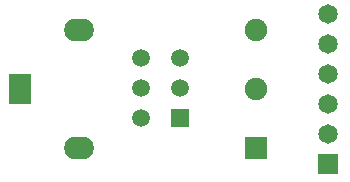
<source format=gbs>
%FSLAX33Y33*%
%MOMM*%
%AMRect-W1500000-H1500000-RO1.500*
21,1,1.5,1.5,0.,0.,90*%
%AMRR-H1920000-W2520000-R960000-RO0.000*
21,1,0.6,1.92,0.,0.,360*
1,1,1.92,-0.3,0.*
1,1,1.92,0.3,0.*
1,1,1.92,0.3,-0.*
1,1,1.92,-0.3,0.*%
%AMRect-W1650000-H1650000-RO1.000*
21,1,1.65,1.65,0.,0.,180*%
%AMRect-W1900000-H1900000-RO1.500*
21,1,1.9,1.9,0.,0.,90*%
%ADD10C,1.5*%
%ADD11Rect-W1500000-H1500000-RO1.500*%
%ADD12R,1.92X2.52*%
%ADD13RR-H1920000-W2520000-R960000-RO0.000*%
%ADD14C,1.65*%
%ADD15Rect-W1650000-H1650000-RO1.000*%
%ADD16C,1.9*%
%ADD17Rect-W1900000-H1900000-RO1.500*%
D10*
%LNbottom solder mask_traces*%
%LNbottom solder mask component 371277481632569b*%
G01*
X16950Y8325D03*
X16950Y10825D03*
X13650Y10825D03*
X13650Y8325D03*
X13650Y5825D03*
D11*
X16950Y5825D03*
%LNbottom solder mask component b0d286859ff6c8ae*%
D12*
X3350Y8250D03*
D13*
X8350Y3250D03*
X8350Y13250D03*
%LNbottom solder mask component 88a1b529ef9425af*%
D14*
X29475Y4440D03*
X29475Y6980D03*
X29475Y9520D03*
X29475Y12060D03*
X29475Y14600D03*
D15*
X29475Y1900D03*
%LNbottom solder mask component 7681f6a6543890c3*%
D16*
X23375Y8275D03*
X23375Y13275D03*
D17*
X23375Y3275D03*
M02*
</source>
